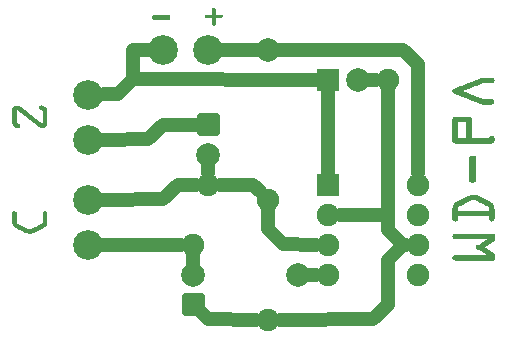
<source format=gbr>
G04 MADE WITH FRITZING*
G04 WWW.FRITZING.ORG*
G04 DOUBLE SIDED*
G04 HOLES PLATED*
G04 CONTOUR ON CENTER OF CONTOUR VECTOR*
%ASAXBY*%
%FSLAX23Y23*%
%MOIN*%
%OFA0B0*%
%SFA1.0B1.0*%
%ADD10C,0.075000*%
%ADD11C,0.099055*%
%ADD12C,0.078740*%
%ADD13R,0.075000X0.075000*%
%ADD14C,0.048000*%
%ADD15C,0.020000*%
%ADD16R,0.001000X0.001000*%
%LNCOPPER0*%
G90*
G70*
G54D10*
X1149Y872D03*
X1349Y872D03*
X749Y722D03*
X749Y522D03*
X1149Y522D03*
X1449Y522D03*
X1149Y422D03*
X1449Y422D03*
X1149Y322D03*
X1449Y322D03*
X1149Y222D03*
X1449Y222D03*
X949Y472D03*
X949Y72D03*
G54D11*
X749Y972D03*
X599Y972D03*
X349Y322D03*
X349Y472D03*
X349Y672D03*
X349Y822D03*
G54D10*
X699Y122D03*
X699Y322D03*
G54D12*
X699Y222D03*
X949Y972D03*
X749Y622D03*
X1049Y222D03*
X1249Y872D03*
G54D13*
X1149Y872D03*
X1149Y522D03*
G54D14*
X949Y373D02*
X949Y433D01*
D02*
X999Y323D02*
X949Y373D01*
D02*
X1109Y322D02*
X999Y323D01*
D02*
X499Y873D02*
X1109Y872D01*
D02*
X1299Y73D02*
X989Y72D01*
D02*
X1399Y322D02*
X1349Y272D01*
D02*
X1349Y272D02*
X1349Y122D01*
D02*
X1349Y122D02*
X1299Y73D01*
D02*
X1409Y322D02*
X1399Y322D01*
D02*
X909Y72D02*
X749Y73D01*
D02*
X749Y73D02*
X727Y94D01*
D02*
X649Y522D02*
X709Y522D01*
D02*
X599Y473D02*
X649Y522D01*
D02*
X401Y472D02*
X599Y473D01*
D02*
X789Y522D02*
X899Y522D01*
D02*
X709Y722D02*
X599Y722D01*
D02*
X599Y722D02*
X549Y673D01*
D02*
X549Y673D02*
X401Y672D01*
D02*
X1149Y562D02*
X1149Y833D01*
D02*
X499Y972D02*
X499Y873D01*
D02*
X547Y972D02*
X499Y972D01*
D02*
X699Y283D02*
X699Y260D01*
D02*
X749Y562D02*
X749Y584D01*
D02*
X499Y873D02*
X499Y972D01*
D02*
X499Y972D02*
X547Y972D01*
D02*
X401Y823D02*
X449Y823D01*
D02*
X899Y522D02*
X921Y500D01*
D02*
X1309Y872D02*
X1287Y872D01*
D02*
X449Y823D02*
X499Y873D01*
D02*
X1349Y422D02*
X1349Y833D01*
D02*
X1189Y422D02*
X1349Y422D01*
D02*
X1399Y322D02*
X1409Y322D01*
D02*
X1349Y372D02*
X1399Y322D01*
D02*
X1349Y422D02*
X1349Y372D01*
D02*
X1189Y422D02*
X1349Y422D01*
D02*
X801Y972D02*
X911Y972D01*
D02*
X1109Y222D02*
X1087Y222D01*
D02*
X401Y322D02*
X659Y322D01*
D02*
X1399Y972D02*
X987Y972D01*
D02*
X1449Y923D02*
X1399Y972D01*
D02*
X1449Y562D02*
X1449Y923D01*
G54D15*
X776Y695D02*
X721Y695D01*
X721Y750D01*
X776Y750D01*
X776Y695D01*
D02*
X671Y150D02*
X726Y150D01*
X726Y95D01*
X671Y95D01*
X671Y150D01*
D02*
G54D16*
X766Y1112D02*
X769Y1112D01*
X764Y1111D02*
X771Y1111D01*
X763Y1110D02*
X772Y1110D01*
X762Y1109D02*
X772Y1109D01*
X762Y1108D02*
X773Y1108D01*
X762Y1107D02*
X773Y1107D01*
X762Y1106D02*
X773Y1106D01*
X762Y1105D02*
X773Y1105D01*
X762Y1104D02*
X773Y1104D01*
X762Y1103D02*
X773Y1103D01*
X762Y1102D02*
X773Y1102D01*
X762Y1101D02*
X773Y1101D01*
X762Y1100D02*
X773Y1100D01*
X762Y1099D02*
X773Y1099D01*
X762Y1098D02*
X773Y1098D01*
X762Y1097D02*
X773Y1097D01*
X762Y1096D02*
X773Y1096D01*
X762Y1095D02*
X773Y1095D01*
X762Y1094D02*
X773Y1094D01*
X762Y1093D02*
X773Y1093D01*
X762Y1092D02*
X773Y1092D01*
X762Y1091D02*
X773Y1091D01*
X762Y1090D02*
X773Y1090D01*
X762Y1089D02*
X773Y1089D01*
X566Y1088D02*
X618Y1088D01*
X741Y1088D02*
X793Y1088D01*
X565Y1087D02*
X620Y1087D01*
X740Y1087D02*
X795Y1087D01*
X564Y1086D02*
X621Y1086D01*
X739Y1086D02*
X796Y1086D01*
X563Y1085D02*
X621Y1085D01*
X738Y1085D02*
X796Y1085D01*
X563Y1084D02*
X622Y1084D01*
X738Y1084D02*
X796Y1084D01*
X563Y1083D02*
X622Y1083D01*
X738Y1083D02*
X796Y1083D01*
X563Y1082D02*
X622Y1082D01*
X738Y1082D02*
X796Y1082D01*
X563Y1081D02*
X622Y1081D01*
X738Y1081D02*
X796Y1081D01*
X563Y1080D02*
X622Y1080D01*
X738Y1080D02*
X796Y1080D01*
X563Y1079D02*
X622Y1079D01*
X739Y1079D02*
X795Y1079D01*
X563Y1078D02*
X622Y1078D01*
X739Y1078D02*
X795Y1078D01*
X563Y1077D02*
X622Y1077D01*
X741Y1077D02*
X794Y1077D01*
X563Y1076D02*
X622Y1076D01*
X762Y1076D02*
X773Y1076D01*
X563Y1075D02*
X621Y1075D01*
X762Y1075D02*
X773Y1075D01*
X563Y1074D02*
X621Y1074D01*
X762Y1074D02*
X773Y1074D01*
X564Y1073D02*
X620Y1073D01*
X762Y1073D02*
X773Y1073D01*
X565Y1072D02*
X619Y1072D01*
X762Y1072D02*
X773Y1072D01*
X569Y1071D02*
X615Y1071D01*
X762Y1071D02*
X773Y1071D01*
X762Y1070D02*
X773Y1070D01*
X762Y1069D02*
X773Y1069D01*
X762Y1068D02*
X773Y1068D01*
X762Y1067D02*
X773Y1067D01*
X762Y1066D02*
X773Y1066D01*
X762Y1065D02*
X773Y1065D01*
X762Y1064D02*
X773Y1064D01*
X762Y1063D02*
X773Y1063D01*
X762Y1062D02*
X773Y1062D01*
X762Y1061D02*
X773Y1061D01*
X762Y1060D02*
X773Y1060D01*
X762Y1059D02*
X773Y1059D01*
X762Y1058D02*
X773Y1058D01*
X762Y1057D02*
X773Y1057D01*
X762Y1056D02*
X773Y1056D01*
X763Y1055D02*
X772Y1055D01*
X763Y1054D02*
X771Y1054D01*
X765Y1053D02*
X770Y1053D01*
X1661Y878D02*
X1697Y878D01*
X1658Y877D02*
X1698Y877D01*
X1656Y876D02*
X1700Y876D01*
X1653Y875D02*
X1701Y875D01*
X1651Y874D02*
X1701Y874D01*
X1648Y873D02*
X1702Y873D01*
X1645Y872D02*
X1702Y872D01*
X1643Y871D02*
X1702Y871D01*
X1640Y870D02*
X1702Y870D01*
X1638Y869D02*
X1703Y869D01*
X1635Y868D02*
X1702Y868D01*
X1633Y867D02*
X1702Y867D01*
X1630Y866D02*
X1702Y866D01*
X1627Y865D02*
X1701Y865D01*
X1625Y864D02*
X1701Y864D01*
X1622Y863D02*
X1700Y863D01*
X1620Y862D02*
X1699Y862D01*
X1617Y861D02*
X1697Y861D01*
X1615Y860D02*
X1664Y860D01*
X1612Y859D02*
X1661Y859D01*
X1609Y858D02*
X1659Y858D01*
X1607Y857D02*
X1656Y857D01*
X1604Y856D02*
X1653Y856D01*
X1602Y855D02*
X1651Y855D01*
X1599Y854D02*
X1648Y854D01*
X1597Y853D02*
X1646Y853D01*
X1594Y852D02*
X1643Y852D01*
X1592Y851D02*
X1641Y851D01*
X1589Y850D02*
X1638Y850D01*
X1586Y849D02*
X1635Y849D01*
X1584Y848D02*
X1633Y848D01*
X1581Y847D02*
X1630Y847D01*
X1579Y846D02*
X1628Y846D01*
X1576Y845D02*
X1625Y845D01*
X1574Y844D02*
X1623Y844D01*
X1571Y843D02*
X1620Y843D01*
X1569Y842D02*
X1618Y842D01*
X1567Y841D02*
X1615Y841D01*
X1566Y840D02*
X1612Y840D01*
X1565Y839D02*
X1610Y839D01*
X1564Y838D02*
X1607Y838D01*
X1564Y837D02*
X1605Y837D01*
X1563Y836D02*
X1602Y836D01*
X1563Y835D02*
X1600Y835D01*
X1563Y834D02*
X1597Y834D01*
X1563Y833D02*
X1599Y833D01*
X1563Y832D02*
X1601Y832D01*
X1564Y831D02*
X1604Y831D01*
X1564Y830D02*
X1606Y830D01*
X1564Y829D02*
X1609Y829D01*
X1565Y828D02*
X1611Y828D01*
X1566Y827D02*
X1614Y827D01*
X1567Y826D02*
X1616Y826D01*
X1569Y825D02*
X1619Y825D01*
X1572Y824D02*
X1622Y824D01*
X1574Y823D02*
X1624Y823D01*
X1577Y822D02*
X1627Y822D01*
X1580Y821D02*
X1629Y821D01*
X1582Y820D02*
X1632Y820D01*
X1585Y819D02*
X1634Y819D01*
X1587Y818D02*
X1637Y818D01*
X1590Y817D02*
X1639Y817D01*
X1592Y816D02*
X1642Y816D01*
X1595Y815D02*
X1645Y815D01*
X1598Y814D02*
X1647Y814D01*
X1600Y813D02*
X1650Y813D01*
X1603Y812D02*
X1652Y812D01*
X1605Y811D02*
X1655Y811D01*
X1608Y810D02*
X1657Y810D01*
X1610Y809D02*
X1660Y809D01*
X1613Y808D02*
X1662Y808D01*
X1616Y807D02*
X1695Y807D01*
X1618Y806D02*
X1698Y806D01*
X1621Y805D02*
X1699Y805D01*
X1623Y804D02*
X1700Y804D01*
X1626Y803D02*
X1701Y803D01*
X1628Y802D02*
X1702Y802D01*
X1631Y801D02*
X1702Y801D01*
X1634Y800D02*
X1702Y800D01*
X1636Y799D02*
X1702Y799D01*
X1639Y798D02*
X1703Y798D01*
X1641Y797D02*
X1702Y797D01*
X1644Y796D02*
X1702Y796D01*
X1646Y795D02*
X1702Y795D01*
X1649Y794D02*
X1702Y794D01*
X1652Y793D02*
X1701Y793D01*
X1654Y792D02*
X1700Y792D01*
X1657Y791D02*
X1699Y791D01*
X1659Y790D02*
X1698Y790D01*
X1662Y789D02*
X1694Y789D01*
X191Y786D02*
X194Y786D01*
X106Y785D02*
X117Y785D01*
X189Y785D02*
X198Y785D01*
X104Y784D02*
X119Y784D01*
X187Y784D02*
X200Y784D01*
X102Y783D02*
X121Y783D01*
X186Y783D02*
X202Y783D01*
X101Y782D02*
X122Y782D01*
X186Y782D02*
X204Y782D01*
X100Y781D02*
X123Y781D01*
X185Y781D02*
X205Y781D01*
X99Y780D02*
X125Y780D01*
X185Y780D02*
X206Y780D01*
X98Y779D02*
X126Y779D01*
X185Y779D02*
X207Y779D01*
X97Y778D02*
X127Y778D01*
X185Y778D02*
X208Y778D01*
X97Y777D02*
X128Y777D01*
X185Y777D02*
X208Y777D01*
X96Y776D02*
X130Y776D01*
X185Y776D02*
X209Y776D01*
X96Y775D02*
X131Y775D01*
X186Y775D02*
X210Y775D01*
X96Y774D02*
X132Y774D01*
X186Y774D02*
X210Y774D01*
X95Y773D02*
X134Y773D01*
X187Y773D02*
X211Y773D01*
X95Y772D02*
X135Y772D01*
X188Y772D02*
X211Y772D01*
X95Y771D02*
X136Y771D01*
X191Y771D02*
X211Y771D01*
X95Y770D02*
X109Y770D01*
X113Y770D02*
X137Y770D01*
X195Y770D02*
X211Y770D01*
X95Y769D02*
X109Y769D01*
X114Y769D02*
X139Y769D01*
X196Y769D02*
X212Y769D01*
X95Y768D02*
X109Y768D01*
X116Y768D02*
X140Y768D01*
X197Y768D02*
X212Y768D01*
X95Y767D02*
X109Y767D01*
X117Y767D02*
X141Y767D01*
X197Y767D02*
X212Y767D01*
X95Y766D02*
X109Y766D01*
X118Y766D02*
X143Y766D01*
X198Y766D02*
X212Y766D01*
X95Y765D02*
X109Y765D01*
X120Y765D02*
X144Y765D01*
X198Y765D02*
X212Y765D01*
X95Y764D02*
X109Y764D01*
X121Y764D02*
X145Y764D01*
X198Y764D02*
X212Y764D01*
X95Y763D02*
X109Y763D01*
X122Y763D02*
X146Y763D01*
X198Y763D02*
X212Y763D01*
X95Y762D02*
X109Y762D01*
X123Y762D02*
X148Y762D01*
X198Y762D02*
X212Y762D01*
X95Y761D02*
X109Y761D01*
X125Y761D02*
X149Y761D01*
X198Y761D02*
X212Y761D01*
X95Y760D02*
X109Y760D01*
X126Y760D02*
X150Y760D01*
X198Y760D02*
X212Y760D01*
X95Y759D02*
X109Y759D01*
X127Y759D02*
X152Y759D01*
X198Y759D02*
X212Y759D01*
X95Y758D02*
X109Y758D01*
X129Y758D02*
X153Y758D01*
X198Y758D02*
X212Y758D01*
X95Y757D02*
X109Y757D01*
X130Y757D02*
X154Y757D01*
X198Y757D02*
X212Y757D01*
X95Y756D02*
X109Y756D01*
X131Y756D02*
X155Y756D01*
X198Y756D02*
X212Y756D01*
X95Y755D02*
X109Y755D01*
X132Y755D02*
X157Y755D01*
X198Y755D02*
X212Y755D01*
X95Y754D02*
X109Y754D01*
X134Y754D02*
X158Y754D01*
X198Y754D02*
X212Y754D01*
X95Y753D02*
X109Y753D01*
X135Y753D02*
X159Y753D01*
X198Y753D02*
X212Y753D01*
X95Y752D02*
X109Y752D01*
X136Y752D02*
X161Y752D01*
X198Y752D02*
X212Y752D01*
X95Y751D02*
X109Y751D01*
X138Y751D02*
X162Y751D01*
X198Y751D02*
X212Y751D01*
X95Y750D02*
X109Y750D01*
X139Y750D02*
X163Y750D01*
X198Y750D02*
X212Y750D01*
X95Y749D02*
X109Y749D01*
X140Y749D02*
X164Y749D01*
X198Y749D02*
X212Y749D01*
X95Y748D02*
X109Y748D01*
X141Y748D02*
X166Y748D01*
X198Y748D02*
X212Y748D01*
X1569Y748D02*
X1620Y748D01*
X95Y747D02*
X109Y747D01*
X143Y747D02*
X167Y747D01*
X198Y747D02*
X212Y747D01*
X1567Y747D02*
X1622Y747D01*
X95Y746D02*
X109Y746D01*
X144Y746D02*
X168Y746D01*
X198Y746D02*
X212Y746D01*
X1566Y746D02*
X1623Y746D01*
X95Y745D02*
X109Y745D01*
X145Y745D02*
X170Y745D01*
X198Y745D02*
X212Y745D01*
X1565Y745D02*
X1624Y745D01*
X95Y744D02*
X109Y744D01*
X147Y744D02*
X171Y744D01*
X198Y744D02*
X212Y744D01*
X1565Y744D02*
X1625Y744D01*
X95Y743D02*
X109Y743D01*
X148Y743D02*
X172Y743D01*
X198Y743D02*
X212Y743D01*
X1564Y743D02*
X1626Y743D01*
X95Y742D02*
X109Y742D01*
X149Y742D02*
X173Y742D01*
X198Y742D02*
X212Y742D01*
X1564Y742D02*
X1626Y742D01*
X95Y741D02*
X109Y741D01*
X151Y741D02*
X175Y741D01*
X198Y741D02*
X212Y741D01*
X1563Y741D02*
X1626Y741D01*
X95Y740D02*
X109Y740D01*
X152Y740D02*
X176Y740D01*
X198Y740D02*
X212Y740D01*
X1563Y740D02*
X1626Y740D01*
X95Y739D02*
X109Y739D01*
X153Y739D02*
X177Y739D01*
X198Y739D02*
X212Y739D01*
X1563Y739D02*
X1626Y739D01*
X95Y738D02*
X109Y738D01*
X154Y738D02*
X179Y738D01*
X198Y738D02*
X212Y738D01*
X1563Y738D02*
X1626Y738D01*
X95Y737D02*
X109Y737D01*
X156Y737D02*
X180Y737D01*
X198Y737D02*
X212Y737D01*
X1563Y737D02*
X1626Y737D01*
X95Y736D02*
X109Y736D01*
X157Y736D02*
X181Y736D01*
X198Y736D02*
X212Y736D01*
X1563Y736D02*
X1626Y736D01*
X95Y735D02*
X109Y735D01*
X158Y735D02*
X182Y735D01*
X198Y735D02*
X212Y735D01*
X1563Y735D02*
X1626Y735D01*
X95Y734D02*
X109Y734D01*
X160Y734D02*
X184Y734D01*
X198Y734D02*
X212Y734D01*
X1563Y734D02*
X1626Y734D01*
X95Y733D02*
X109Y733D01*
X161Y733D02*
X185Y733D01*
X198Y733D02*
X212Y733D01*
X1563Y733D02*
X1626Y733D01*
X95Y732D02*
X109Y732D01*
X162Y732D02*
X186Y732D01*
X198Y732D02*
X212Y732D01*
X1563Y732D02*
X1626Y732D01*
X95Y731D02*
X109Y731D01*
X163Y731D02*
X188Y731D01*
X198Y731D02*
X212Y731D01*
X1563Y731D02*
X1626Y731D01*
X95Y730D02*
X109Y730D01*
X165Y730D02*
X189Y730D01*
X198Y730D02*
X212Y730D01*
X1563Y730D02*
X1581Y730D01*
X1609Y730D02*
X1626Y730D01*
X95Y729D02*
X110Y729D01*
X166Y729D02*
X190Y729D01*
X198Y729D02*
X212Y729D01*
X1563Y729D02*
X1580Y729D01*
X1609Y729D02*
X1626Y729D01*
X95Y728D02*
X110Y728D01*
X167Y728D02*
X191Y728D01*
X198Y728D02*
X212Y728D01*
X1563Y728D02*
X1580Y728D01*
X1609Y728D02*
X1626Y728D01*
X95Y727D02*
X111Y727D01*
X169Y727D02*
X193Y727D01*
X198Y727D02*
X212Y727D01*
X1563Y727D02*
X1580Y727D01*
X1609Y727D02*
X1626Y727D01*
X96Y726D02*
X114Y726D01*
X170Y726D02*
X194Y726D01*
X196Y726D02*
X212Y726D01*
X1563Y726D02*
X1580Y726D01*
X1609Y726D02*
X1626Y726D01*
X96Y725D02*
X118Y725D01*
X171Y725D02*
X212Y725D01*
X1563Y725D02*
X1580Y725D01*
X1609Y725D02*
X1626Y725D01*
X96Y724D02*
X119Y724D01*
X172Y724D02*
X212Y724D01*
X1563Y724D02*
X1580Y724D01*
X1609Y724D02*
X1626Y724D01*
X97Y723D02*
X120Y723D01*
X174Y723D02*
X211Y723D01*
X1563Y723D02*
X1580Y723D01*
X1609Y723D02*
X1626Y723D01*
X97Y722D02*
X121Y722D01*
X175Y722D02*
X211Y722D01*
X1563Y722D02*
X1580Y722D01*
X1609Y722D02*
X1626Y722D01*
X98Y721D02*
X122Y721D01*
X176Y721D02*
X211Y721D01*
X1563Y721D02*
X1580Y721D01*
X1609Y721D02*
X1626Y721D01*
X98Y720D02*
X122Y720D01*
X178Y720D02*
X210Y720D01*
X1563Y720D02*
X1580Y720D01*
X1609Y720D02*
X1626Y720D01*
X99Y719D02*
X122Y719D01*
X179Y719D02*
X210Y719D01*
X1563Y719D02*
X1580Y719D01*
X1609Y719D02*
X1626Y719D01*
X100Y718D02*
X122Y718D01*
X180Y718D02*
X209Y718D01*
X1563Y718D02*
X1580Y718D01*
X1609Y718D02*
X1626Y718D01*
X101Y717D02*
X122Y717D01*
X181Y717D02*
X208Y717D01*
X1563Y717D02*
X1580Y717D01*
X1609Y717D02*
X1626Y717D01*
X102Y716D02*
X122Y716D01*
X183Y716D02*
X207Y716D01*
X1563Y716D02*
X1580Y716D01*
X1609Y716D02*
X1626Y716D01*
X103Y715D02*
X121Y715D01*
X184Y715D02*
X206Y715D01*
X1563Y715D02*
X1580Y715D01*
X1609Y715D02*
X1626Y715D01*
X104Y714D02*
X121Y714D01*
X185Y714D02*
X205Y714D01*
X1563Y714D02*
X1580Y714D01*
X1609Y714D02*
X1626Y714D01*
X106Y713D02*
X120Y713D01*
X187Y713D02*
X204Y713D01*
X1563Y713D02*
X1580Y713D01*
X1609Y713D02*
X1626Y713D01*
X108Y712D02*
X119Y712D01*
X189Y712D02*
X202Y712D01*
X1563Y712D02*
X1580Y712D01*
X1609Y712D02*
X1626Y712D01*
X112Y711D02*
X117Y711D01*
X192Y711D02*
X198Y711D01*
X1563Y711D02*
X1580Y711D01*
X1609Y711D02*
X1626Y711D01*
X1563Y710D02*
X1580Y710D01*
X1609Y710D02*
X1626Y710D01*
X1563Y709D02*
X1580Y709D01*
X1609Y709D02*
X1626Y709D01*
X1563Y708D02*
X1580Y708D01*
X1609Y708D02*
X1626Y708D01*
X1563Y707D02*
X1580Y707D01*
X1609Y707D02*
X1626Y707D01*
X1563Y706D02*
X1580Y706D01*
X1609Y706D02*
X1626Y706D01*
X1563Y705D02*
X1580Y705D01*
X1609Y705D02*
X1626Y705D01*
X1563Y704D02*
X1580Y704D01*
X1609Y704D02*
X1626Y704D01*
X1563Y703D02*
X1580Y703D01*
X1609Y703D02*
X1626Y703D01*
X1563Y702D02*
X1580Y702D01*
X1609Y702D02*
X1626Y702D01*
X1563Y701D02*
X1580Y701D01*
X1609Y701D02*
X1626Y701D01*
X1563Y700D02*
X1580Y700D01*
X1609Y700D02*
X1626Y700D01*
X1563Y699D02*
X1580Y699D01*
X1609Y699D02*
X1626Y699D01*
X1563Y698D02*
X1580Y698D01*
X1609Y698D02*
X1626Y698D01*
X1563Y697D02*
X1580Y697D01*
X1609Y697D02*
X1626Y697D01*
X1563Y696D02*
X1580Y696D01*
X1609Y696D02*
X1626Y696D01*
X1563Y695D02*
X1580Y695D01*
X1609Y695D02*
X1626Y695D01*
X1563Y694D02*
X1580Y694D01*
X1609Y694D02*
X1626Y694D01*
X1563Y693D02*
X1580Y693D01*
X1609Y693D02*
X1626Y693D01*
X1563Y692D02*
X1580Y692D01*
X1609Y692D02*
X1626Y692D01*
X1563Y691D02*
X1580Y691D01*
X1609Y691D02*
X1626Y691D01*
X1563Y690D02*
X1580Y690D01*
X1609Y690D02*
X1626Y690D01*
X1563Y689D02*
X1580Y689D01*
X1609Y689D02*
X1626Y689D01*
X1563Y688D02*
X1580Y688D01*
X1609Y688D02*
X1626Y688D01*
X1563Y687D02*
X1580Y687D01*
X1609Y687D02*
X1626Y687D01*
X1563Y686D02*
X1580Y686D01*
X1609Y686D02*
X1626Y686D01*
X1563Y685D02*
X1580Y685D01*
X1609Y685D02*
X1626Y685D01*
X1690Y685D02*
X1698Y685D01*
X1563Y684D02*
X1580Y684D01*
X1609Y684D02*
X1626Y684D01*
X1689Y684D02*
X1699Y684D01*
X1563Y683D02*
X1580Y683D01*
X1609Y683D02*
X1626Y683D01*
X1688Y683D02*
X1700Y683D01*
X1563Y682D02*
X1580Y682D01*
X1609Y682D02*
X1626Y682D01*
X1687Y682D02*
X1701Y682D01*
X1563Y681D02*
X1580Y681D01*
X1609Y681D02*
X1626Y681D01*
X1686Y681D02*
X1702Y681D01*
X1563Y680D02*
X1580Y680D01*
X1609Y680D02*
X1626Y680D01*
X1686Y680D02*
X1702Y680D01*
X1563Y679D02*
X1580Y679D01*
X1609Y679D02*
X1626Y679D01*
X1686Y679D02*
X1702Y679D01*
X1563Y678D02*
X1580Y678D01*
X1609Y678D02*
X1626Y678D01*
X1685Y678D02*
X1702Y678D01*
X1563Y677D02*
X1581Y677D01*
X1609Y677D02*
X1627Y677D01*
X1685Y677D02*
X1703Y677D01*
X1563Y676D02*
X1703Y676D01*
X1563Y675D02*
X1703Y675D01*
X1563Y674D02*
X1703Y674D01*
X1563Y673D02*
X1703Y673D01*
X1563Y672D02*
X1703Y672D01*
X1563Y671D02*
X1703Y671D01*
X1563Y670D02*
X1703Y670D01*
X1563Y669D02*
X1703Y669D01*
X1563Y668D02*
X1703Y668D01*
X1563Y667D02*
X1702Y667D01*
X1563Y666D02*
X1702Y666D01*
X1564Y665D02*
X1702Y665D01*
X1564Y664D02*
X1702Y664D01*
X1565Y663D02*
X1701Y663D01*
X1566Y662D02*
X1700Y662D01*
X1567Y661D02*
X1699Y661D01*
X1568Y660D02*
X1698Y660D01*
X1572Y659D02*
X1694Y659D01*
X1623Y618D02*
X1635Y618D01*
X1621Y617D02*
X1637Y617D01*
X1620Y616D02*
X1639Y616D01*
X1619Y615D02*
X1640Y615D01*
X1618Y614D02*
X1640Y614D01*
X1617Y613D02*
X1641Y613D01*
X1617Y612D02*
X1641Y612D01*
X1617Y611D02*
X1641Y611D01*
X1617Y610D02*
X1642Y610D01*
X1617Y609D02*
X1642Y609D01*
X1617Y608D02*
X1642Y608D01*
X1617Y607D02*
X1642Y607D01*
X1617Y606D02*
X1642Y606D01*
X1617Y605D02*
X1642Y605D01*
X1617Y604D02*
X1642Y604D01*
X1617Y603D02*
X1642Y603D01*
X1617Y602D02*
X1642Y602D01*
X1617Y601D02*
X1642Y601D01*
X1617Y600D02*
X1642Y600D01*
X1617Y599D02*
X1642Y599D01*
X1617Y598D02*
X1642Y598D01*
X1617Y597D02*
X1642Y597D01*
X1617Y596D02*
X1642Y596D01*
X1617Y595D02*
X1642Y595D01*
X1617Y594D02*
X1642Y594D01*
X1617Y593D02*
X1642Y593D01*
X1617Y592D02*
X1642Y592D01*
X1617Y591D02*
X1642Y591D01*
X1617Y590D02*
X1642Y590D01*
X1617Y589D02*
X1642Y589D01*
X1617Y588D02*
X1642Y588D01*
X1617Y587D02*
X1642Y587D01*
X1617Y586D02*
X1642Y586D01*
X1617Y585D02*
X1642Y585D01*
X1617Y584D02*
X1642Y584D01*
X1617Y583D02*
X1642Y583D01*
X1617Y582D02*
X1642Y582D01*
X1617Y581D02*
X1642Y581D01*
X1617Y580D02*
X1642Y580D01*
X1617Y579D02*
X1642Y579D01*
X1617Y578D02*
X1642Y578D01*
X1617Y577D02*
X1642Y577D01*
X1617Y576D02*
X1642Y576D01*
X1617Y575D02*
X1642Y575D01*
X1617Y574D02*
X1642Y574D01*
X1617Y573D02*
X1642Y573D01*
X1617Y572D02*
X1642Y572D01*
X1617Y571D02*
X1642Y571D01*
X1617Y570D02*
X1642Y570D01*
X1617Y569D02*
X1642Y569D01*
X1617Y568D02*
X1642Y568D01*
X1617Y567D02*
X1642Y567D01*
X1617Y566D02*
X1642Y566D01*
X1617Y565D02*
X1642Y565D01*
X1617Y564D02*
X1642Y564D01*
X1617Y563D02*
X1642Y563D01*
X1617Y562D02*
X1642Y562D01*
X1617Y561D02*
X1642Y561D01*
X1617Y560D02*
X1642Y560D01*
X1617Y559D02*
X1642Y559D01*
X1617Y558D02*
X1642Y558D01*
X1617Y557D02*
X1642Y557D01*
X1617Y556D02*
X1642Y556D01*
X1617Y555D02*
X1642Y555D01*
X1617Y554D02*
X1642Y554D01*
X1617Y553D02*
X1642Y553D01*
X1617Y552D02*
X1642Y552D01*
X1617Y551D02*
X1642Y551D01*
X1617Y550D02*
X1642Y550D01*
X1617Y549D02*
X1642Y549D01*
X1617Y548D02*
X1642Y548D01*
X1617Y547D02*
X1642Y547D01*
X1617Y546D02*
X1642Y546D01*
X1617Y545D02*
X1642Y545D01*
X1617Y544D02*
X1642Y544D01*
X1617Y543D02*
X1642Y543D01*
X1617Y542D02*
X1642Y542D01*
X1617Y541D02*
X1642Y541D01*
X1617Y540D02*
X1642Y540D01*
X1617Y539D02*
X1642Y539D01*
X1617Y538D02*
X1642Y538D01*
X1617Y537D02*
X1642Y537D01*
X1617Y536D02*
X1641Y536D01*
X1617Y535D02*
X1641Y535D01*
X1618Y534D02*
X1641Y534D01*
X1618Y533D02*
X1640Y533D01*
X1619Y532D02*
X1639Y532D01*
X1620Y531D02*
X1638Y531D01*
X1621Y530D02*
X1637Y530D01*
X1625Y529D02*
X1633Y529D01*
X1627Y488D02*
X1638Y488D01*
X1623Y487D02*
X1643Y487D01*
X1620Y486D02*
X1646Y486D01*
X1617Y485D02*
X1649Y485D01*
X1615Y484D02*
X1651Y484D01*
X1613Y483D02*
X1653Y483D01*
X1611Y482D02*
X1655Y482D01*
X1609Y481D02*
X1657Y481D01*
X1607Y480D02*
X1659Y480D01*
X1605Y479D02*
X1661Y479D01*
X1603Y478D02*
X1663Y478D01*
X1601Y477D02*
X1665Y477D01*
X1599Y476D02*
X1667Y476D01*
X1597Y475D02*
X1669Y475D01*
X1595Y474D02*
X1671Y474D01*
X1593Y473D02*
X1673Y473D01*
X1591Y472D02*
X1675Y472D01*
X1589Y471D02*
X1677Y471D01*
X1587Y470D02*
X1629Y470D01*
X1637Y470D02*
X1679Y470D01*
X1585Y469D02*
X1625Y469D01*
X1641Y469D02*
X1681Y469D01*
X1583Y468D02*
X1622Y468D01*
X1643Y468D02*
X1683Y468D01*
X1581Y467D02*
X1620Y467D01*
X1645Y467D02*
X1685Y467D01*
X1579Y466D02*
X1618Y466D01*
X1647Y466D02*
X1687Y466D01*
X1577Y465D02*
X1616Y465D01*
X1649Y465D02*
X1689Y465D01*
X1575Y464D02*
X1614Y464D01*
X1651Y464D02*
X1690Y464D01*
X1573Y463D02*
X1612Y463D01*
X1653Y463D02*
X1692Y463D01*
X1572Y462D02*
X1611Y462D01*
X1655Y462D02*
X1693Y462D01*
X1571Y461D02*
X1609Y461D01*
X1657Y461D02*
X1694Y461D01*
X1570Y460D02*
X1607Y460D01*
X1659Y460D02*
X1695Y460D01*
X1569Y459D02*
X1605Y459D01*
X1661Y459D02*
X1696Y459D01*
X1569Y458D02*
X1603Y458D01*
X1663Y458D02*
X1697Y458D01*
X1568Y457D02*
X1601Y457D01*
X1665Y457D02*
X1697Y457D01*
X1567Y456D02*
X1599Y456D01*
X1667Y456D02*
X1698Y456D01*
X1567Y455D02*
X1597Y455D01*
X1669Y455D02*
X1699Y455D01*
X1566Y454D02*
X1595Y454D01*
X1671Y454D02*
X1699Y454D01*
X1566Y453D02*
X1593Y453D01*
X1673Y453D02*
X1700Y453D01*
X1565Y452D02*
X1591Y452D01*
X1675Y452D02*
X1700Y452D01*
X1565Y451D02*
X1589Y451D01*
X1677Y451D02*
X1701Y451D01*
X1565Y450D02*
X1587Y450D01*
X1679Y450D02*
X1701Y450D01*
X1564Y449D02*
X1585Y449D01*
X1681Y449D02*
X1701Y449D01*
X1564Y448D02*
X1583Y448D01*
X1682Y448D02*
X1702Y448D01*
X1564Y447D02*
X1582Y447D01*
X1683Y447D02*
X1702Y447D01*
X1564Y446D02*
X1582Y446D01*
X1684Y446D02*
X1702Y446D01*
X1563Y445D02*
X1581Y445D01*
X1685Y445D02*
X1702Y445D01*
X1563Y444D02*
X1581Y444D01*
X1685Y444D02*
X1702Y444D01*
X1563Y443D02*
X1581Y443D01*
X1685Y443D02*
X1702Y443D01*
X1563Y442D02*
X1580Y442D01*
X1685Y442D02*
X1703Y442D01*
X1563Y441D02*
X1580Y441D01*
X1685Y441D02*
X1703Y441D01*
X1563Y440D02*
X1580Y440D01*
X1685Y440D02*
X1703Y440D01*
X1563Y439D02*
X1580Y439D01*
X1685Y439D02*
X1703Y439D01*
X1563Y438D02*
X1580Y438D01*
X1685Y438D02*
X1703Y438D01*
X1563Y437D02*
X1580Y437D01*
X1685Y437D02*
X1703Y437D01*
X1563Y436D02*
X1580Y436D01*
X1685Y436D02*
X1703Y436D01*
X1563Y435D02*
X1581Y435D01*
X1685Y435D02*
X1703Y435D01*
X1563Y434D02*
X1703Y434D01*
X99Y433D02*
X105Y433D01*
X202Y433D02*
X208Y433D01*
X1563Y433D02*
X1703Y433D01*
X98Y432D02*
X106Y432D01*
X200Y432D02*
X209Y432D01*
X1563Y432D02*
X1703Y432D01*
X97Y431D02*
X107Y431D01*
X199Y431D02*
X210Y431D01*
X1563Y431D02*
X1703Y431D01*
X96Y430D02*
X108Y430D01*
X199Y430D02*
X211Y430D01*
X1563Y430D02*
X1703Y430D01*
X95Y429D02*
X109Y429D01*
X198Y429D02*
X211Y429D01*
X1563Y429D02*
X1703Y429D01*
X95Y428D02*
X109Y428D01*
X198Y428D02*
X212Y428D01*
X1563Y428D02*
X1703Y428D01*
X95Y427D02*
X109Y427D01*
X198Y427D02*
X212Y427D01*
X1563Y427D02*
X1703Y427D01*
X95Y426D02*
X109Y426D01*
X198Y426D02*
X212Y426D01*
X1563Y426D02*
X1703Y426D01*
X95Y425D02*
X109Y425D01*
X198Y425D02*
X212Y425D01*
X1563Y425D02*
X1703Y425D01*
X95Y424D02*
X109Y424D01*
X198Y424D02*
X212Y424D01*
X1563Y424D02*
X1703Y424D01*
X95Y423D02*
X109Y423D01*
X198Y423D02*
X212Y423D01*
X1563Y423D02*
X1703Y423D01*
X95Y422D02*
X109Y422D01*
X198Y422D02*
X212Y422D01*
X1563Y422D02*
X1703Y422D01*
X95Y421D02*
X109Y421D01*
X198Y421D02*
X212Y421D01*
X1563Y421D02*
X1703Y421D01*
X95Y420D02*
X109Y420D01*
X198Y420D02*
X212Y420D01*
X1563Y420D02*
X1703Y420D01*
X95Y419D02*
X109Y419D01*
X198Y419D02*
X212Y419D01*
X1563Y419D02*
X1703Y419D01*
X95Y418D02*
X109Y418D01*
X198Y418D02*
X212Y418D01*
X1563Y418D02*
X1703Y418D01*
X95Y417D02*
X109Y417D01*
X198Y417D02*
X212Y417D01*
X1563Y417D02*
X1703Y417D01*
X95Y416D02*
X109Y416D01*
X198Y416D02*
X212Y416D01*
X1563Y416D02*
X1580Y416D01*
X1685Y416D02*
X1703Y416D01*
X95Y415D02*
X109Y415D01*
X198Y415D02*
X212Y415D01*
X1563Y415D02*
X1580Y415D01*
X1685Y415D02*
X1703Y415D01*
X95Y414D02*
X109Y414D01*
X198Y414D02*
X212Y414D01*
X1563Y414D02*
X1580Y414D01*
X1685Y414D02*
X1703Y414D01*
X95Y413D02*
X109Y413D01*
X198Y413D02*
X212Y413D01*
X1563Y413D02*
X1580Y413D01*
X1685Y413D02*
X1703Y413D01*
X95Y412D02*
X109Y412D01*
X198Y412D02*
X212Y412D01*
X1563Y412D02*
X1580Y412D01*
X1685Y412D02*
X1703Y412D01*
X95Y411D02*
X109Y411D01*
X198Y411D02*
X212Y411D01*
X1563Y411D02*
X1580Y411D01*
X1685Y411D02*
X1703Y411D01*
X95Y410D02*
X109Y410D01*
X198Y410D02*
X212Y410D01*
X1563Y410D02*
X1580Y410D01*
X1685Y410D02*
X1703Y410D01*
X95Y409D02*
X109Y409D01*
X198Y409D02*
X212Y409D01*
X1563Y409D02*
X1580Y409D01*
X1685Y409D02*
X1703Y409D01*
X95Y408D02*
X109Y408D01*
X198Y408D02*
X212Y408D01*
X1563Y408D02*
X1580Y408D01*
X1685Y408D02*
X1703Y408D01*
X95Y407D02*
X109Y407D01*
X198Y407D02*
X212Y407D01*
X1563Y407D02*
X1580Y407D01*
X1685Y407D02*
X1702Y407D01*
X95Y406D02*
X109Y406D01*
X198Y406D02*
X212Y406D01*
X1563Y406D02*
X1580Y406D01*
X1686Y406D02*
X1702Y406D01*
X95Y405D02*
X109Y405D01*
X198Y405D02*
X212Y405D01*
X1564Y405D02*
X1580Y405D01*
X1686Y405D02*
X1702Y405D01*
X95Y404D02*
X109Y404D01*
X198Y404D02*
X212Y404D01*
X1564Y404D02*
X1580Y404D01*
X1686Y404D02*
X1702Y404D01*
X95Y403D02*
X109Y403D01*
X198Y403D02*
X212Y403D01*
X1565Y403D02*
X1579Y403D01*
X1687Y403D02*
X1701Y403D01*
X95Y402D02*
X109Y402D01*
X198Y402D02*
X212Y402D01*
X1565Y402D02*
X1578Y402D01*
X1688Y402D02*
X1700Y402D01*
X95Y401D02*
X109Y401D01*
X198Y401D02*
X212Y401D01*
X1567Y401D02*
X1577Y401D01*
X1689Y401D02*
X1699Y401D01*
X95Y400D02*
X109Y400D01*
X198Y400D02*
X212Y400D01*
X1568Y400D02*
X1576Y400D01*
X1690Y400D02*
X1698Y400D01*
X95Y399D02*
X109Y399D01*
X198Y399D02*
X212Y399D01*
X1571Y399D02*
X1573Y399D01*
X1693Y399D02*
X1695Y399D01*
X95Y398D02*
X109Y398D01*
X198Y398D02*
X212Y398D01*
X95Y397D02*
X109Y397D01*
X198Y397D02*
X212Y397D01*
X95Y396D02*
X109Y396D01*
X197Y396D02*
X212Y396D01*
X95Y395D02*
X110Y395D01*
X197Y395D02*
X212Y395D01*
X95Y394D02*
X110Y394D01*
X197Y394D02*
X212Y394D01*
X95Y393D02*
X111Y393D01*
X196Y393D02*
X211Y393D01*
X96Y392D02*
X112Y392D01*
X195Y392D02*
X211Y392D01*
X96Y391D02*
X114Y391D01*
X193Y391D02*
X211Y391D01*
X96Y390D02*
X116Y390D01*
X191Y390D02*
X211Y390D01*
X97Y389D02*
X118Y389D01*
X189Y389D02*
X210Y389D01*
X97Y388D02*
X120Y388D01*
X187Y388D02*
X210Y388D01*
X98Y387D02*
X122Y387D01*
X185Y387D02*
X209Y387D01*
X98Y386D02*
X124Y386D01*
X183Y386D02*
X209Y386D01*
X99Y385D02*
X126Y385D01*
X181Y385D02*
X208Y385D01*
X100Y384D02*
X128Y384D01*
X179Y384D02*
X207Y384D01*
X101Y383D02*
X130Y383D01*
X177Y383D02*
X207Y383D01*
X101Y382D02*
X132Y382D01*
X175Y382D02*
X206Y382D01*
X102Y381D02*
X134Y381D01*
X173Y381D02*
X205Y381D01*
X104Y380D02*
X136Y380D01*
X171Y380D02*
X204Y380D01*
X105Y379D02*
X138Y379D01*
X169Y379D02*
X202Y379D01*
X107Y378D02*
X140Y378D01*
X167Y378D02*
X201Y378D01*
X108Y377D02*
X141Y377D01*
X165Y377D02*
X199Y377D01*
X110Y376D02*
X143Y376D01*
X163Y376D02*
X197Y376D01*
X112Y375D02*
X146Y375D01*
X161Y375D02*
X195Y375D01*
X114Y374D02*
X149Y374D01*
X157Y374D02*
X193Y374D01*
X116Y373D02*
X191Y373D01*
X118Y372D02*
X189Y372D01*
X120Y371D02*
X187Y371D01*
X122Y370D02*
X185Y370D01*
X124Y369D02*
X183Y369D01*
X126Y368D02*
X181Y368D01*
X128Y367D02*
X179Y367D01*
X130Y366D02*
X177Y366D01*
X132Y365D02*
X174Y365D01*
X134Y364D02*
X172Y364D01*
X136Y363D02*
X170Y363D01*
X138Y362D02*
X168Y362D01*
X141Y361D02*
X166Y361D01*
X144Y360D02*
X163Y360D01*
X148Y359D02*
X159Y359D01*
X1569Y358D02*
X1702Y358D01*
X1567Y357D02*
X1703Y357D01*
X1566Y356D02*
X1703Y356D01*
X1565Y355D02*
X1703Y355D01*
X1565Y354D02*
X1703Y354D01*
X1564Y353D02*
X1703Y353D01*
X1564Y352D02*
X1703Y352D01*
X1563Y351D02*
X1703Y351D01*
X1563Y350D02*
X1703Y350D01*
X1563Y349D02*
X1703Y349D01*
X1563Y348D02*
X1703Y348D01*
X1564Y347D02*
X1703Y347D01*
X1564Y346D02*
X1703Y346D01*
X1564Y345D02*
X1703Y345D01*
X1565Y344D02*
X1703Y344D01*
X1566Y343D02*
X1703Y343D01*
X1567Y342D02*
X1703Y342D01*
X1569Y341D02*
X1703Y341D01*
X1678Y340D02*
X1703Y340D01*
X1677Y339D02*
X1703Y339D01*
X1675Y338D02*
X1703Y338D01*
X1674Y337D02*
X1703Y337D01*
X1672Y336D02*
X1703Y336D01*
X1671Y335D02*
X1702Y335D01*
X1670Y334D02*
X1700Y334D01*
X1668Y333D02*
X1699Y333D01*
X1667Y332D02*
X1697Y332D01*
X1665Y331D02*
X1696Y331D01*
X1664Y330D02*
X1694Y330D01*
X1662Y329D02*
X1693Y329D01*
X1661Y328D02*
X1692Y328D01*
X1660Y327D02*
X1690Y327D01*
X1658Y326D02*
X1689Y326D01*
X1657Y325D02*
X1687Y325D01*
X1655Y324D02*
X1686Y324D01*
X1654Y323D02*
X1684Y323D01*
X1645Y322D02*
X1683Y322D01*
X1643Y321D02*
X1682Y321D01*
X1642Y320D02*
X1680Y320D01*
X1641Y319D02*
X1679Y319D01*
X1641Y318D02*
X1677Y318D01*
X1640Y317D02*
X1676Y317D01*
X1640Y316D02*
X1674Y316D01*
X1640Y315D02*
X1673Y315D01*
X1640Y314D02*
X1672Y314D01*
X1640Y313D02*
X1672Y313D01*
X1640Y312D02*
X1673Y312D01*
X1640Y311D02*
X1675Y311D01*
X1640Y310D02*
X1676Y310D01*
X1641Y309D02*
X1678Y309D01*
X1641Y308D02*
X1679Y308D01*
X1642Y307D02*
X1681Y307D01*
X1644Y306D02*
X1682Y306D01*
X1646Y305D02*
X1683Y305D01*
X1654Y304D02*
X1685Y304D01*
X1655Y303D02*
X1686Y303D01*
X1657Y302D02*
X1688Y302D01*
X1658Y301D02*
X1689Y301D01*
X1660Y300D02*
X1691Y300D01*
X1661Y299D02*
X1692Y299D01*
X1663Y298D02*
X1693Y298D01*
X1664Y297D02*
X1695Y297D01*
X1665Y296D02*
X1696Y296D01*
X1667Y295D02*
X1698Y295D01*
X1668Y294D02*
X1699Y294D01*
X1670Y293D02*
X1700Y293D01*
X1671Y292D02*
X1702Y292D01*
X1673Y291D02*
X1703Y291D01*
X1674Y290D02*
X1703Y290D01*
X1675Y289D02*
X1703Y289D01*
X1677Y288D02*
X1703Y288D01*
X1571Y287D02*
X1703Y287D01*
X1568Y286D02*
X1703Y286D01*
X1567Y285D02*
X1703Y285D01*
X1566Y284D02*
X1703Y284D01*
X1565Y283D02*
X1703Y283D01*
X1564Y282D02*
X1703Y282D01*
X1564Y281D02*
X1703Y281D01*
X1563Y280D02*
X1703Y280D01*
X1563Y279D02*
X1703Y279D01*
X1563Y278D02*
X1703Y278D01*
X1563Y277D02*
X1703Y277D01*
X1563Y276D02*
X1703Y276D01*
X1564Y275D02*
X1703Y275D01*
X1564Y274D02*
X1703Y274D01*
X1565Y273D02*
X1703Y273D01*
X1565Y272D02*
X1703Y272D01*
X1567Y271D02*
X1703Y271D01*
X1568Y270D02*
X1703Y270D01*
X1571Y269D02*
X1702Y269D01*
D02*
G04 End of Copper0*
M02*
</source>
